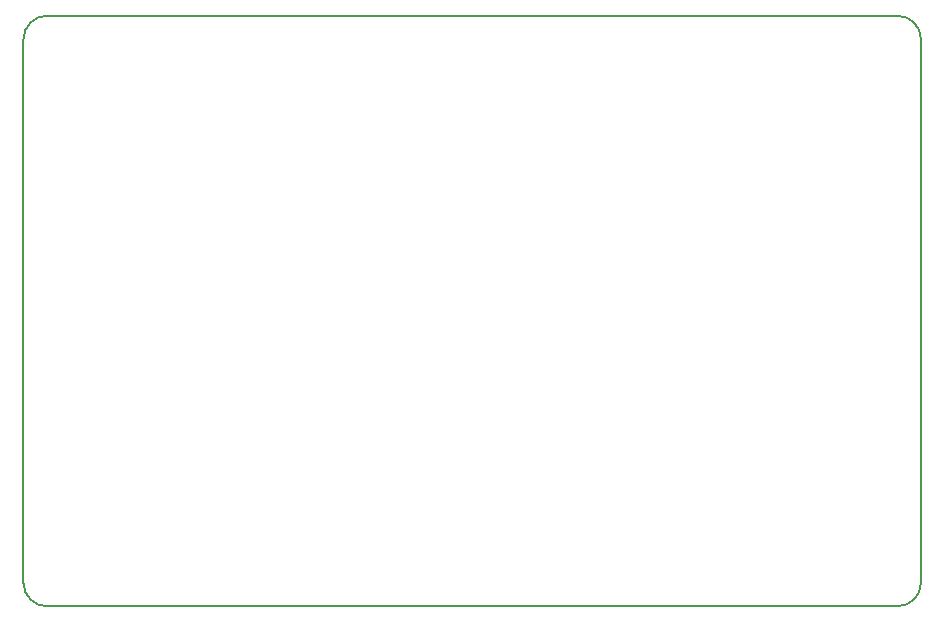
<source format=gbr>
G04 #@! TF.GenerationSoftware,KiCad,Pcbnew,(5.0.2)-1*
G04 #@! TF.CreationDate,2019-08-20T01:28:51+09:00*
G04 #@! TF.ProjectId,robocar-mainboard,726f626f-6361-4722-9d6d-61696e626f61,rev?*
G04 #@! TF.SameCoordinates,Original*
G04 #@! TF.FileFunction,Profile,NP*
%FSLAX46Y46*%
G04 Gerber Fmt 4.6, Leading zero omitted, Abs format (unit mm)*
G04 Created by KiCad (PCBNEW (5.0.2)-1) date 2019/08/20 1:28:51*
%MOMM*%
%LPD*%
G01*
G04 APERTURE LIST*
%ADD10C,0.150000*%
G04 APERTURE END LIST*
D10*
X118110000Y-84080000D02*
G75*
G02X120110000Y-82080000I2000000J0D01*
G01*
X120110000Y-132080000D02*
G75*
G02X118110000Y-130080000I0J2000000D01*
G01*
X194110000Y-130080000D02*
G75*
G02X192110000Y-132080000I-2000000J0D01*
G01*
X192110000Y-82080000D02*
G75*
G02X194110000Y-84080000I0J-2000000D01*
G01*
X194110000Y-130080000D02*
X194110000Y-84080000D01*
X192110000Y-132080000D02*
X120110000Y-132080000D01*
X120110000Y-82080000D02*
X192110000Y-82080000D01*
X118110000Y-130080000D02*
X118110000Y-84080000D01*
M02*

</source>
